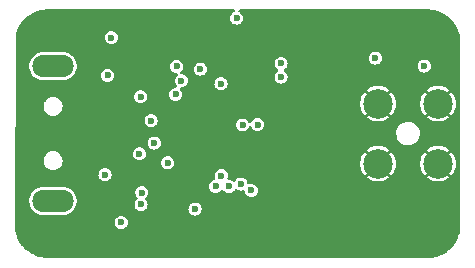
<source format=gbr>
%TF.GenerationSoftware,KiCad,Pcbnew,(7.0.0)*%
%TF.CreationDate,2023-06-22T14:20:14+03:00*%
%TF.ProjectId,Longle,4c6f6e67-6c65-42e6-9b69-6361645f7063,1.0*%
%TF.SameCoordinates,Original*%
%TF.FileFunction,Copper,L2,Inr*%
%TF.FilePolarity,Positive*%
%FSLAX46Y46*%
G04 Gerber Fmt 4.6, Leading zero omitted, Abs format (unit mm)*
G04 Created by KiCad (PCBNEW (7.0.0)) date 2023-06-22 14:20:14*
%MOMM*%
%LPD*%
G01*
G04 APERTURE LIST*
%TA.AperFunction,ComponentPad*%
%ADD10C,2.500000*%
%TD*%
%TA.AperFunction,ComponentPad*%
%ADD11O,3.500000X1.900000*%
%TD*%
%TA.AperFunction,ViaPad*%
%ADD12C,0.600000*%
%TD*%
G04 APERTURE END LIST*
D10*
%TO.N,GND*%
%TO.C,AE301*%
X167568600Y-99133600D03*
X162488600Y-99133600D03*
X167568600Y-104213600D03*
X162488600Y-104213600D03*
%TD*%
D11*
%TO.N,unconnected-(J101-Shield-Pad5)*%
%TO.C,J101*%
X134971599Y-107373599D03*
X134971599Y-95973599D03*
%TD*%
D12*
%TO.N,GND*%
X137312400Y-106832400D03*
X139090400Y-109194600D03*
X147955000Y-101092000D03*
X151231600Y-98120200D03*
X152298400Y-98120200D03*
X151231600Y-103708200D03*
X135026400Y-102590600D03*
X137185400Y-109194600D03*
X155727400Y-98907600D03*
X157632400Y-111480600D03*
X155092400Y-100558600D03*
X137185400Y-94208600D03*
X146786600Y-101092000D03*
X156895800Y-95732600D03*
X164236400Y-94716600D03*
X144005300Y-108216700D03*
X157632400Y-107670600D03*
X152298400Y-103708200D03*
X135026400Y-100685600D03*
X156489400Y-103352600D03*
X162331400Y-94157800D03*
X166395400Y-93395800D03*
X143945900Y-96291400D03*
X142519400Y-104876600D03*
X137718800Y-97205800D03*
X147955000Y-102235000D03*
X156895800Y-96901000D03*
X146812000Y-102235000D03*
X143408400Y-101447600D03*
%TO.N,VBUS*%
X139369800Y-105156000D03*
%TO.N,+5V*%
X142488571Y-106676831D03*
%TO.N,+3V3*%
X139903200Y-93548200D03*
X166395400Y-95961200D03*
X142392400Y-98564100D03*
X139598400Y-96748600D03*
X142427627Y-107676614D03*
X154279600Y-95732600D03*
X154279600Y-96901000D03*
X142290800Y-103390100D03*
X150526400Y-91904600D03*
X146989800Y-108074098D03*
X152298400Y-100914200D03*
%TO.N,/STM32F042K6/NRST*%
X140741400Y-109194600D03*
X151028400Y-100939600D03*
%TO.N,/STM32F042K6/USB_NOE*%
X145364200Y-98348800D03*
%TO.N,/STM32F042K6/LED*%
X144690347Y-104154600D03*
%TO.N,/STM32F042K6/BTN*%
X145846800Y-97205800D03*
%TO.N,/RF_LORA_RA-01/LORA_SCK*%
X148742400Y-106146600D03*
%TO.N,/RF_LORA_RA-01/LORA_MISO*%
X149860000Y-106146600D03*
%TO.N,/RF_LORA_RA-01/LORA_MOSI*%
X150876000Y-105955318D03*
%TO.N,/RF_LORA_RA-01/LORA_NCS*%
X151752300Y-106489500D03*
%TO.N,/RF_LORA_RA-01/LORA_RST*%
X149197500Y-97457700D03*
%TO.N,/RF_LORA_RA-01/LORA_DIO0*%
X147455799Y-96223999D03*
%TO.N,/USB_DN*%
X143535400Y-102476100D03*
%TO.N,/USB_DP*%
X143279569Y-100579100D03*
%TO.N,/RF_LORA_RA-01/LORA_DIO1*%
X145440400Y-95986600D03*
%TO.N,/STM32F042K6/WS2812_1*%
X149230966Y-105230818D03*
%TO.N,/STM32F042K6/WS2812_2*%
X162255200Y-95275400D03*
%TD*%
%TA.AperFunction,Conductor*%
%TO.N,GND*%
G36*
X150325450Y-91178873D02*
G01*
X150371145Y-91228305D01*
X150384278Y-91294329D01*
X150360978Y-91357486D01*
X150308112Y-91399161D01*
X150256285Y-91420627D01*
X150256277Y-91420631D01*
X150248775Y-91423739D01*
X150242333Y-91428682D01*
X150242328Y-91428685D01*
X150140221Y-91507035D01*
X150140217Y-91507038D01*
X150133779Y-91511979D01*
X150128838Y-91518417D01*
X150128835Y-91518421D01*
X150050485Y-91620528D01*
X150050482Y-91620533D01*
X150045539Y-91626975D01*
X150042429Y-91634483D01*
X150042428Y-91634485D01*
X149993182Y-91753376D01*
X149993180Y-91753381D01*
X149990070Y-91760891D01*
X149989009Y-91768948D01*
X149989008Y-91768953D01*
X149972211Y-91896541D01*
X149971150Y-91904600D01*
X149972211Y-91912659D01*
X149988645Y-92037492D01*
X149990070Y-92048309D01*
X150045539Y-92182225D01*
X150133779Y-92297221D01*
X150248775Y-92385461D01*
X150382691Y-92440930D01*
X150526400Y-92459850D01*
X150670109Y-92440930D01*
X150804025Y-92385461D01*
X150919021Y-92297221D01*
X151007261Y-92182225D01*
X151062730Y-92048309D01*
X151081650Y-91904600D01*
X151062730Y-91760891D01*
X151007261Y-91626975D01*
X150919021Y-91511979D01*
X150840544Y-91451761D01*
X150810471Y-91428685D01*
X150810469Y-91428684D01*
X150804025Y-91423739D01*
X150796519Y-91420630D01*
X150796514Y-91420627D01*
X150744688Y-91399161D01*
X150691822Y-91357486D01*
X150668522Y-91294329D01*
X150681655Y-91228305D01*
X150727350Y-91178873D01*
X150792140Y-91160600D01*
X163773737Y-91160600D01*
X166671349Y-91161099D01*
X166678245Y-91161293D01*
X166790415Y-91167592D01*
X166988725Y-91179588D01*
X167001946Y-91181107D01*
X167143680Y-91205188D01*
X167145039Y-91205428D01*
X167309726Y-91235609D01*
X167321691Y-91238421D01*
X167446307Y-91274323D01*
X167465541Y-91279864D01*
X167468072Y-91280623D01*
X167622016Y-91328594D01*
X167632563Y-91332412D01*
X167673454Y-91349350D01*
X167773109Y-91390629D01*
X167776547Y-91392114D01*
X167921344Y-91457281D01*
X167930434Y-91461829D01*
X168054661Y-91530487D01*
X168064671Y-91536019D01*
X168068840Y-91538430D01*
X168203671Y-91619938D01*
X168211276Y-91624926D01*
X168336877Y-91714045D01*
X168341595Y-91717563D01*
X168465151Y-91814363D01*
X168471305Y-91819514D01*
X168580185Y-91916815D01*
X168586377Y-91922348D01*
X168591431Y-91927127D01*
X168702271Y-92037967D01*
X168707050Y-92043021D01*
X168809884Y-92158093D01*
X168815035Y-92164247D01*
X168911835Y-92287803D01*
X168915353Y-92292521D01*
X169004472Y-92418122D01*
X169009460Y-92425727D01*
X169090968Y-92560558D01*
X169093379Y-92564727D01*
X169167569Y-92698964D01*
X169172117Y-92708054D01*
X169237284Y-92852851D01*
X169238769Y-92856289D01*
X169296983Y-92996828D01*
X169300807Y-93007391D01*
X169348765Y-93161294D01*
X169349534Y-93163857D01*
X169390976Y-93307706D01*
X169393791Y-93319681D01*
X169423951Y-93484255D01*
X169424230Y-93485835D01*
X169441648Y-93588345D01*
X169443400Y-93609117D01*
X169443400Y-109768683D01*
X169441648Y-109789455D01*
X169424230Y-109891963D01*
X169423951Y-109893543D01*
X169393791Y-110058117D01*
X169390976Y-110070092D01*
X169349534Y-110213941D01*
X169348765Y-110216504D01*
X169300807Y-110370407D01*
X169296983Y-110380970D01*
X169238769Y-110521509D01*
X169237284Y-110524947D01*
X169172117Y-110669744D01*
X169167569Y-110678834D01*
X169093379Y-110813071D01*
X169090968Y-110817240D01*
X169009460Y-110952071D01*
X169004472Y-110959676D01*
X168915353Y-111085277D01*
X168911835Y-111089995D01*
X168815035Y-111213551D01*
X168809884Y-111219705D01*
X168707050Y-111334777D01*
X168702271Y-111339831D01*
X168591431Y-111450671D01*
X168586377Y-111455450D01*
X168471305Y-111558284D01*
X168465151Y-111563435D01*
X168341595Y-111660235D01*
X168336877Y-111663753D01*
X168211276Y-111752872D01*
X168203671Y-111757860D01*
X168068840Y-111839368D01*
X168064671Y-111841779D01*
X167930434Y-111915969D01*
X167921344Y-111920517D01*
X167776547Y-111985684D01*
X167773109Y-111987169D01*
X167632570Y-112045383D01*
X167622007Y-112049207D01*
X167468104Y-112097165D01*
X167465541Y-112097934D01*
X167321692Y-112139376D01*
X167309717Y-112142191D01*
X167145131Y-112172353D01*
X167143551Y-112172632D01*
X167001980Y-112196687D01*
X166988695Y-112198213D01*
X166790698Y-112210189D01*
X166790163Y-112210220D01*
X166678290Y-112216502D01*
X166671300Y-112216697D01*
X134521860Y-112206772D01*
X134514945Y-112206577D01*
X134400821Y-112200168D01*
X134400297Y-112200137D01*
X134204752Y-112188325D01*
X134191458Y-112186799D01*
X134047559Y-112162349D01*
X134045979Y-112162070D01*
X133883752Y-112132341D01*
X133871775Y-112129526D01*
X133726424Y-112087650D01*
X133723862Y-112086881D01*
X133571480Y-112039397D01*
X133560917Y-112035573D01*
X133419233Y-111976885D01*
X133415795Y-111975400D01*
X133272155Y-111910753D01*
X133263064Y-111906204D01*
X133127909Y-111831505D01*
X133123741Y-111829095D01*
X132989855Y-111748158D01*
X132982249Y-111743170D01*
X132855840Y-111653477D01*
X132851122Y-111649958D01*
X132728361Y-111553780D01*
X132722208Y-111548629D01*
X132668073Y-111500251D01*
X132606469Y-111445197D01*
X132601430Y-111440434D01*
X132546346Y-111385349D01*
X132491265Y-111330267D01*
X132486487Y-111325214D01*
X132392199Y-111219705D01*
X132383035Y-111209450D01*
X132377888Y-111203301D01*
X132281730Y-111080563D01*
X132278211Y-111075845D01*
X132188505Y-110949415D01*
X132183531Y-110941830D01*
X132118628Y-110834466D01*
X132102590Y-110807934D01*
X132100180Y-110803766D01*
X132031133Y-110678834D01*
X132025478Y-110668601D01*
X132020932Y-110659514D01*
X131956284Y-110515869D01*
X131954799Y-110512432D01*
X131896105Y-110370729D01*
X131892303Y-110360228D01*
X131844772Y-110207692D01*
X131844054Y-110205297D01*
X131802164Y-110059888D01*
X131799351Y-110047919D01*
X131771062Y-109893543D01*
X131769614Y-109885641D01*
X131769372Y-109884268D01*
X131744890Y-109740174D01*
X131743369Y-109726930D01*
X131740147Y-109673654D01*
X131739924Y-109665471D01*
X131742761Y-109194600D01*
X140186150Y-109194600D01*
X140205070Y-109338309D01*
X140260539Y-109472225D01*
X140348779Y-109587221D01*
X140463775Y-109675461D01*
X140597691Y-109730930D01*
X140741400Y-109749850D01*
X140885109Y-109730930D01*
X141019025Y-109675461D01*
X141134021Y-109587221D01*
X141222261Y-109472225D01*
X141277730Y-109338309D01*
X141296650Y-109194600D01*
X141277730Y-109050891D01*
X141222261Y-108916975D01*
X141134021Y-108801979D01*
X141019025Y-108713739D01*
X140982992Y-108698814D01*
X140892623Y-108661382D01*
X140892620Y-108661381D01*
X140885109Y-108658270D01*
X140877049Y-108657208D01*
X140877046Y-108657208D01*
X140749459Y-108640411D01*
X140741400Y-108639350D01*
X140733341Y-108640411D01*
X140605753Y-108657208D01*
X140605748Y-108657209D01*
X140597691Y-108658270D01*
X140590181Y-108661380D01*
X140590176Y-108661382D01*
X140471285Y-108710628D01*
X140471283Y-108710629D01*
X140463775Y-108713739D01*
X140457333Y-108718682D01*
X140457328Y-108718685D01*
X140355221Y-108797035D01*
X140355217Y-108797038D01*
X140348779Y-108801979D01*
X140343838Y-108808417D01*
X140343835Y-108808421D01*
X140265485Y-108910528D01*
X140265482Y-108910533D01*
X140260539Y-108916975D01*
X140257429Y-108924483D01*
X140257428Y-108924485D01*
X140208182Y-109043376D01*
X140208180Y-109043381D01*
X140205070Y-109050891D01*
X140204009Y-109058948D01*
X140204008Y-109058953D01*
X140187211Y-109186541D01*
X140186150Y-109194600D01*
X131742761Y-109194600D01*
X131753060Y-107484843D01*
X132971100Y-107484843D01*
X132972151Y-107490469D01*
X132972152Y-107490472D01*
X132992287Y-107598183D01*
X133011982Y-107703540D01*
X133014052Y-107708885D01*
X133014053Y-107708886D01*
X133047984Y-107796473D01*
X133092353Y-107911001D01*
X133109349Y-107938451D01*
X133198327Y-108082157D01*
X133209476Y-108100162D01*
X133213336Y-108104396D01*
X133355497Y-108260340D01*
X133355501Y-108260344D01*
X133359364Y-108264581D01*
X133363937Y-108268034D01*
X133363941Y-108268038D01*
X133532338Y-108395205D01*
X133536911Y-108398658D01*
X133736072Y-108497829D01*
X133950064Y-108558715D01*
X134116097Y-108574100D01*
X135824231Y-108574100D01*
X135827103Y-108574100D01*
X135993136Y-108558715D01*
X136207128Y-108497829D01*
X136406289Y-108398658D01*
X136583836Y-108264581D01*
X136733724Y-108100162D01*
X136850847Y-107911001D01*
X136931218Y-107703540D01*
X136936251Y-107676614D01*
X141872377Y-107676614D01*
X141873438Y-107684673D01*
X141889145Y-107803983D01*
X141891297Y-107820323D01*
X141946766Y-107954239D01*
X142035006Y-108069235D01*
X142150002Y-108157475D01*
X142283918Y-108212944D01*
X142427627Y-108231864D01*
X142571336Y-108212944D01*
X142705252Y-108157475D01*
X142813910Y-108074098D01*
X146434550Y-108074098D01*
X146435611Y-108082157D01*
X146444875Y-108152528D01*
X146453470Y-108217807D01*
X146456581Y-108225318D01*
X146456582Y-108225321D01*
X146471087Y-108260340D01*
X146508939Y-108351723D01*
X146597179Y-108466719D01*
X146712175Y-108554959D01*
X146846091Y-108610428D01*
X146989800Y-108629348D01*
X147133509Y-108610428D01*
X147267425Y-108554959D01*
X147382421Y-108466719D01*
X147470661Y-108351723D01*
X147526130Y-108217807D01*
X147545050Y-108074098D01*
X147526130Y-107930389D01*
X147470661Y-107796473D01*
X147382421Y-107681477D01*
X147267425Y-107593237D01*
X147231392Y-107578312D01*
X147141023Y-107540880D01*
X147141020Y-107540879D01*
X147133509Y-107537768D01*
X147125449Y-107536706D01*
X147125446Y-107536706D01*
X146997859Y-107519909D01*
X146989800Y-107518848D01*
X146981741Y-107519909D01*
X146854153Y-107536706D01*
X146854148Y-107536707D01*
X146846091Y-107537768D01*
X146838581Y-107540878D01*
X146838576Y-107540880D01*
X146719685Y-107590126D01*
X146719683Y-107590127D01*
X146712175Y-107593237D01*
X146705733Y-107598180D01*
X146705728Y-107598183D01*
X146603621Y-107676533D01*
X146603617Y-107676536D01*
X146597179Y-107681477D01*
X146592238Y-107687915D01*
X146592235Y-107687919D01*
X146513885Y-107790026D01*
X146513882Y-107790031D01*
X146508939Y-107796473D01*
X146505829Y-107803981D01*
X146505828Y-107803983D01*
X146456582Y-107922874D01*
X146456580Y-107922879D01*
X146453470Y-107930389D01*
X146452409Y-107938446D01*
X146452408Y-107938451D01*
X146450330Y-107954239D01*
X146434550Y-108074098D01*
X142813910Y-108074098D01*
X142820248Y-108069235D01*
X142908488Y-107954239D01*
X142963957Y-107820323D01*
X142982877Y-107676614D01*
X142963957Y-107532905D01*
X142908488Y-107398989D01*
X142820248Y-107283993D01*
X142820248Y-107283992D01*
X142821003Y-107283413D01*
X142791068Y-107228849D01*
X142795608Y-107159599D01*
X142836645Y-107103634D01*
X142874744Y-107074400D01*
X142874745Y-107074398D01*
X142881192Y-107069452D01*
X142969432Y-106954456D01*
X143024901Y-106820540D01*
X143043821Y-106676831D01*
X143024901Y-106533122D01*
X142969432Y-106399206D01*
X142881192Y-106284210D01*
X142766196Y-106195970D01*
X142710982Y-106173100D01*
X142647005Y-106146600D01*
X148187150Y-106146600D01*
X148188211Y-106154659D01*
X148201016Y-106251925D01*
X148206070Y-106290309D01*
X148209181Y-106297820D01*
X148209182Y-106297823D01*
X148231620Y-106351994D01*
X148261539Y-106424225D01*
X148266484Y-106430669D01*
X148266485Y-106430671D01*
X148342233Y-106529387D01*
X148349779Y-106539221D01*
X148464775Y-106627461D01*
X148598691Y-106682930D01*
X148742400Y-106701850D01*
X148886109Y-106682930D01*
X149020025Y-106627461D01*
X149135021Y-106539221D01*
X149202823Y-106450859D01*
X149246356Y-106415133D01*
X149301200Y-106402345D01*
X149356044Y-106415133D01*
X149399576Y-106450859D01*
X149462432Y-106532775D01*
X149462435Y-106532778D01*
X149467379Y-106539221D01*
X149582375Y-106627461D01*
X149716291Y-106682930D01*
X149860000Y-106701850D01*
X150003709Y-106682930D01*
X150137625Y-106627461D01*
X150252621Y-106539221D01*
X150340861Y-106424225D01*
X150343768Y-106417206D01*
X150393716Y-106369388D01*
X150461782Y-106355847D01*
X150526464Y-106381000D01*
X150591922Y-106431229D01*
X150591930Y-106431233D01*
X150598375Y-106436179D01*
X150732291Y-106491648D01*
X150876000Y-106510568D01*
X151019709Y-106491648D01*
X151038849Y-106483719D01*
X151094407Y-106474545D01*
X151148298Y-106490891D01*
X151189402Y-106529387D01*
X151209240Y-106582093D01*
X151214561Y-106622514D01*
X151215970Y-106633209D01*
X151219081Y-106640720D01*
X151219082Y-106640723D01*
X151256514Y-106731092D01*
X151271439Y-106767125D01*
X151276384Y-106773569D01*
X151276385Y-106773571D01*
X151328541Y-106841541D01*
X151359679Y-106882121D01*
X151474675Y-106970361D01*
X151608591Y-107025830D01*
X151752300Y-107044750D01*
X151896009Y-107025830D01*
X152029925Y-106970361D01*
X152144921Y-106882121D01*
X152233161Y-106767125D01*
X152288630Y-106633209D01*
X152307550Y-106489500D01*
X152288630Y-106345791D01*
X152233161Y-106211875D01*
X152144921Y-106096879D01*
X152029925Y-106008639D01*
X151993892Y-105993714D01*
X151903523Y-105956282D01*
X151903520Y-105956281D01*
X151896009Y-105953170D01*
X151887949Y-105952108D01*
X151887946Y-105952108D01*
X151760359Y-105935311D01*
X151752300Y-105934250D01*
X151744241Y-105935311D01*
X151616653Y-105952108D01*
X151616648Y-105952109D01*
X151608591Y-105953170D01*
X151601081Y-105956280D01*
X151601076Y-105956282D01*
X151589448Y-105961099D01*
X151533886Y-105970271D01*
X151479997Y-105953923D01*
X151438895Y-105915427D01*
X151419059Y-105862722D01*
X151412330Y-105811609D01*
X151356861Y-105677693D01*
X151268621Y-105562697D01*
X151197916Y-105508443D01*
X151160071Y-105479403D01*
X151160069Y-105479402D01*
X151153625Y-105474457D01*
X151070609Y-105440071D01*
X151027223Y-105422100D01*
X151027220Y-105422099D01*
X151019709Y-105418988D01*
X151011649Y-105417926D01*
X151011646Y-105417926D01*
X150884059Y-105401129D01*
X150876000Y-105400068D01*
X150867941Y-105401129D01*
X150740353Y-105417926D01*
X150740348Y-105417927D01*
X150732291Y-105418988D01*
X150724781Y-105422098D01*
X150724776Y-105422100D01*
X150605885Y-105471346D01*
X150605883Y-105471347D01*
X150598375Y-105474457D01*
X150591933Y-105479400D01*
X150591928Y-105479403D01*
X150489821Y-105557753D01*
X150489817Y-105557756D01*
X150483379Y-105562697D01*
X150478438Y-105569135D01*
X150478435Y-105569139D01*
X150400083Y-105671248D01*
X150400078Y-105671255D01*
X150395139Y-105677693D01*
X150392231Y-105684711D01*
X150342279Y-105732531D01*
X150274214Y-105746070D01*
X150209535Y-105720917D01*
X150144077Y-105670688D01*
X150144067Y-105670682D01*
X150137625Y-105665739D01*
X150075415Y-105639971D01*
X150011223Y-105613382D01*
X150011220Y-105613381D01*
X150003709Y-105610270D01*
X149995649Y-105609208D01*
X149995646Y-105609208D01*
X149868059Y-105592411D01*
X149860000Y-105591350D01*
X149858944Y-105591488D01*
X149804172Y-105577769D01*
X149759523Y-105537302D01*
X149739222Y-105480566D01*
X149748063Y-105420960D01*
X149756277Y-105401129D01*
X149767296Y-105374527D01*
X149769277Y-105359479D01*
X161524943Y-105359479D01*
X161533047Y-105370666D01*
X161661318Y-105470503D01*
X161669876Y-105476095D01*
X161879485Y-105589529D01*
X161888839Y-105593632D01*
X162114256Y-105671017D01*
X162124168Y-105673528D01*
X162359243Y-105712755D01*
X162369439Y-105713600D01*
X162607761Y-105713600D01*
X162617956Y-105712755D01*
X162853031Y-105673528D01*
X162862943Y-105671017D01*
X163088360Y-105593632D01*
X163097714Y-105589529D01*
X163307323Y-105476095D01*
X163315881Y-105470504D01*
X163444148Y-105370668D01*
X163452253Y-105359479D01*
X166604943Y-105359479D01*
X166613047Y-105370666D01*
X166741318Y-105470503D01*
X166749876Y-105476095D01*
X166959485Y-105589529D01*
X166968839Y-105593632D01*
X167194256Y-105671017D01*
X167204168Y-105673528D01*
X167439243Y-105712755D01*
X167449439Y-105713600D01*
X167687761Y-105713600D01*
X167697956Y-105712755D01*
X167933031Y-105673528D01*
X167942943Y-105671017D01*
X168168360Y-105593632D01*
X168177714Y-105589529D01*
X168387323Y-105476095D01*
X168395881Y-105470504D01*
X168524148Y-105370668D01*
X168532254Y-105359478D01*
X168525594Y-105347371D01*
X167580142Y-104401919D01*
X167568600Y-104395255D01*
X167557057Y-104401919D01*
X166611604Y-105347371D01*
X166604943Y-105359479D01*
X163452253Y-105359479D01*
X163452254Y-105359478D01*
X163445594Y-105347371D01*
X162500142Y-104401919D01*
X162488600Y-104395255D01*
X162477057Y-104401919D01*
X161531604Y-105347371D01*
X161524943Y-105359479D01*
X149769277Y-105359479D01*
X149786216Y-105230818D01*
X149767296Y-105087109D01*
X149711827Y-104953193D01*
X149623587Y-104838197D01*
X149521350Y-104759747D01*
X149515037Y-104754903D01*
X149515035Y-104754902D01*
X149508591Y-104749957D01*
X149411763Y-104709850D01*
X149382189Y-104697600D01*
X149382186Y-104697599D01*
X149374675Y-104694488D01*
X149366615Y-104693426D01*
X149366612Y-104693426D01*
X149239025Y-104676629D01*
X149230966Y-104675568D01*
X149222907Y-104676629D01*
X149095319Y-104693426D01*
X149095314Y-104693427D01*
X149087257Y-104694488D01*
X149079747Y-104697598D01*
X149079742Y-104697600D01*
X148960851Y-104746846D01*
X148960849Y-104746847D01*
X148953341Y-104749957D01*
X148946899Y-104754900D01*
X148946894Y-104754903D01*
X148844787Y-104833253D01*
X148844783Y-104833256D01*
X148838345Y-104838197D01*
X148833404Y-104844635D01*
X148833401Y-104844639D01*
X148755051Y-104946746D01*
X148755048Y-104946751D01*
X148750105Y-104953193D01*
X148746995Y-104960701D01*
X148746994Y-104960703D01*
X148697748Y-105079594D01*
X148697746Y-105079599D01*
X148694636Y-105087109D01*
X148693575Y-105095166D01*
X148693574Y-105095171D01*
X148683556Y-105171269D01*
X148675716Y-105230818D01*
X148676777Y-105238877D01*
X148692654Y-105359479D01*
X148694636Y-105374527D01*
X148720431Y-105436803D01*
X148729605Y-105492363D01*
X148713258Y-105546252D01*
X148674764Y-105587354D01*
X148622060Y-105607193D01*
X148606751Y-105609208D01*
X148606744Y-105609209D01*
X148598691Y-105610270D01*
X148591181Y-105613380D01*
X148591176Y-105613382D01*
X148472285Y-105662628D01*
X148472283Y-105662629D01*
X148464775Y-105665739D01*
X148458333Y-105670682D01*
X148458328Y-105670685D01*
X148356221Y-105749035D01*
X148356217Y-105749038D01*
X148349779Y-105753979D01*
X148344838Y-105760417D01*
X148344835Y-105760421D01*
X148266485Y-105862528D01*
X148266482Y-105862533D01*
X148261539Y-105868975D01*
X148258429Y-105876483D01*
X148258428Y-105876485D01*
X148209182Y-105995376D01*
X148209180Y-105995381D01*
X148206070Y-106002891D01*
X148205009Y-106010948D01*
X148205008Y-106010953D01*
X148194347Y-106091935D01*
X148187150Y-106146600D01*
X142647005Y-106146600D01*
X142639794Y-106143613D01*
X142639791Y-106143612D01*
X142632280Y-106140501D01*
X142624220Y-106139439D01*
X142624217Y-106139439D01*
X142496630Y-106122642D01*
X142488571Y-106121581D01*
X142480512Y-106122642D01*
X142352924Y-106139439D01*
X142352919Y-106139440D01*
X142344862Y-106140501D01*
X142337352Y-106143611D01*
X142337347Y-106143613D01*
X142218456Y-106192859D01*
X142218454Y-106192860D01*
X142210946Y-106195970D01*
X142204504Y-106200913D01*
X142204499Y-106200916D01*
X142102392Y-106279266D01*
X142102388Y-106279269D01*
X142095950Y-106284210D01*
X142091009Y-106290648D01*
X142091006Y-106290652D01*
X142012656Y-106392759D01*
X142012653Y-106392764D01*
X142007710Y-106399206D01*
X142004600Y-106406714D01*
X142004599Y-106406716D01*
X141955353Y-106525607D01*
X141955351Y-106525612D01*
X141952241Y-106533122D01*
X141951180Y-106541179D01*
X141951179Y-106541184D01*
X141939821Y-106627461D01*
X141933321Y-106676831D01*
X141934382Y-106684890D01*
X141945208Y-106767125D01*
X141952241Y-106820540D01*
X141955352Y-106828051D01*
X141955353Y-106828054D01*
X141977748Y-106882121D01*
X142007710Y-106954456D01*
X142012655Y-106960900D01*
X142012656Y-106960902D01*
X142072056Y-107038313D01*
X142092180Y-107064540D01*
X142092182Y-107064542D01*
X142095950Y-107069452D01*
X142095194Y-107070031D01*
X142125129Y-107124594D01*
X142120590Y-107193843D01*
X142079555Y-107249808D01*
X142041453Y-107279044D01*
X142041444Y-107279052D01*
X142035006Y-107283993D01*
X142030065Y-107290431D01*
X142030062Y-107290435D01*
X141951712Y-107392542D01*
X141951709Y-107392547D01*
X141946766Y-107398989D01*
X141943656Y-107406497D01*
X141943655Y-107406499D01*
X141894409Y-107525390D01*
X141894407Y-107525395D01*
X141891297Y-107532905D01*
X141890236Y-107540962D01*
X141890235Y-107540967D01*
X141873438Y-107668555D01*
X141872377Y-107676614D01*
X136936251Y-107676614D01*
X136972100Y-107484843D01*
X136972100Y-107262357D01*
X136931218Y-107043660D01*
X136850847Y-106836199D01*
X136733724Y-106647038D01*
X136639942Y-106544164D01*
X136587702Y-106486859D01*
X136587697Y-106486855D01*
X136583836Y-106482619D01*
X136579263Y-106479166D01*
X136579258Y-106479161D01*
X136410861Y-106351994D01*
X136410856Y-106351991D01*
X136406289Y-106348542D01*
X136401163Y-106345989D01*
X136401159Y-106345987D01*
X136212258Y-106251925D01*
X136212253Y-106251923D01*
X136207128Y-106249371D01*
X136201621Y-106247804D01*
X136201613Y-106247801D01*
X135998650Y-106190054D01*
X135998651Y-106190054D01*
X135993136Y-106188485D01*
X135987428Y-106187956D01*
X135829963Y-106173365D01*
X135829962Y-106173364D01*
X135827103Y-106173100D01*
X134116097Y-106173100D01*
X134113238Y-106173364D01*
X134113236Y-106173365D01*
X133955771Y-106187956D01*
X133955769Y-106187956D01*
X133950064Y-106188485D01*
X133944550Y-106190053D01*
X133944549Y-106190054D01*
X133741586Y-106247801D01*
X133741575Y-106247805D01*
X133736072Y-106249371D01*
X133730949Y-106251921D01*
X133730941Y-106251925D01*
X133542040Y-106345987D01*
X133542031Y-106345992D01*
X133536911Y-106348542D01*
X133532348Y-106351987D01*
X133532338Y-106351994D01*
X133363941Y-106479161D01*
X133363930Y-106479170D01*
X133359364Y-106482619D01*
X133355507Y-106486849D01*
X133355497Y-106486859D01*
X133213336Y-106642803D01*
X133213332Y-106642807D01*
X133209476Y-106647038D01*
X133206464Y-106651901D01*
X133206459Y-106651909D01*
X133097396Y-106828054D01*
X133092353Y-106836199D01*
X133090285Y-106841536D01*
X133090283Y-106841541D01*
X133040378Y-106970361D01*
X133011982Y-107043660D01*
X133010928Y-107049294D01*
X133010928Y-107049297D01*
X132973446Y-107249808D01*
X132971100Y-107262357D01*
X132971100Y-107484843D01*
X131753060Y-107484843D01*
X131767089Y-105156000D01*
X138814550Y-105156000D01*
X138833470Y-105299709D01*
X138888939Y-105433625D01*
X138893884Y-105440069D01*
X138893885Y-105440071D01*
X138972235Y-105542178D01*
X138977179Y-105548621D01*
X139092175Y-105636861D01*
X139226091Y-105692330D01*
X139369800Y-105711250D01*
X139513509Y-105692330D01*
X139647425Y-105636861D01*
X139762421Y-105548621D01*
X139850661Y-105433625D01*
X139906130Y-105299709D01*
X139925050Y-105156000D01*
X139906130Y-105012291D01*
X139850661Y-104878375D01*
X139762421Y-104763379D01*
X139692661Y-104709850D01*
X139653871Y-104680085D01*
X139653869Y-104680084D01*
X139647425Y-104675139D01*
X139559141Y-104638571D01*
X139521023Y-104622782D01*
X139521020Y-104622781D01*
X139513509Y-104619670D01*
X139505449Y-104618608D01*
X139505446Y-104618608D01*
X139377859Y-104601811D01*
X139369800Y-104600750D01*
X139361741Y-104601811D01*
X139234153Y-104618608D01*
X139234148Y-104618609D01*
X139226091Y-104619670D01*
X139218581Y-104622780D01*
X139218576Y-104622782D01*
X139099685Y-104672028D01*
X139099683Y-104672029D01*
X139092175Y-104675139D01*
X139085733Y-104680082D01*
X139085728Y-104680085D01*
X138983621Y-104758435D01*
X138983617Y-104758438D01*
X138977179Y-104763379D01*
X138972238Y-104769817D01*
X138972235Y-104769821D01*
X138893885Y-104871928D01*
X138893882Y-104871933D01*
X138888939Y-104878375D01*
X138885829Y-104885883D01*
X138885828Y-104885885D01*
X138836582Y-105004776D01*
X138836580Y-105004781D01*
X138833470Y-105012291D01*
X138832409Y-105020348D01*
X138832408Y-105020353D01*
X138824609Y-105079594D01*
X138814550Y-105156000D01*
X131767089Y-105156000D01*
X131774212Y-103973600D01*
X134166035Y-103973600D01*
X134186232Y-104152855D01*
X134188528Y-104159419D01*
X134188530Y-104159424D01*
X134243513Y-104316556D01*
X134245811Y-104323122D01*
X134249512Y-104329012D01*
X134309645Y-104424714D01*
X134341784Y-104475862D01*
X134469338Y-104603416D01*
X134622078Y-104699389D01*
X134792345Y-104758968D01*
X134926646Y-104774100D01*
X135013070Y-104774100D01*
X135016554Y-104774100D01*
X135150855Y-104758968D01*
X135321122Y-104699389D01*
X135473862Y-104603416D01*
X135601416Y-104475862D01*
X135697389Y-104323122D01*
X135756357Y-104154600D01*
X144135097Y-104154600D01*
X144136158Y-104162659D01*
X144142864Y-104213600D01*
X144154017Y-104298309D01*
X144157128Y-104305820D01*
X144157129Y-104305823D01*
X144166734Y-104329012D01*
X144209486Y-104432225D01*
X144214431Y-104438669D01*
X144214432Y-104438671D01*
X144235642Y-104466312D01*
X144297726Y-104547221D01*
X144412722Y-104635461D01*
X144546638Y-104690930D01*
X144690347Y-104709850D01*
X144834056Y-104690930D01*
X144967972Y-104635461D01*
X145082968Y-104547221D01*
X145171208Y-104432225D01*
X145226677Y-104298309D01*
X145237156Y-104218717D01*
X160983883Y-104218717D01*
X161003562Y-104456218D01*
X161005246Y-104466312D01*
X161063753Y-104697347D01*
X161067072Y-104707014D01*
X161162807Y-104925271D01*
X161167672Y-104934261D01*
X161298025Y-105133780D01*
X161304306Y-105141851D01*
X161330949Y-105170792D01*
X161342406Y-105177944D01*
X161354151Y-105171270D01*
X162300280Y-104225142D01*
X162306944Y-104213600D01*
X162670255Y-104213600D01*
X162676919Y-104225142D01*
X163623046Y-105171269D01*
X163634793Y-105177943D01*
X163646249Y-105170792D01*
X163672894Y-105141850D01*
X163679173Y-105133782D01*
X163809527Y-104934261D01*
X163814392Y-104925271D01*
X163910127Y-104707014D01*
X163913446Y-104697347D01*
X163971953Y-104466312D01*
X163973637Y-104456218D01*
X163993317Y-104218717D01*
X166063883Y-104218717D01*
X166083562Y-104456218D01*
X166085246Y-104466312D01*
X166143753Y-104697347D01*
X166147072Y-104707014D01*
X166242807Y-104925271D01*
X166247672Y-104934261D01*
X166378025Y-105133780D01*
X166384306Y-105141851D01*
X166410949Y-105170792D01*
X166422406Y-105177944D01*
X166434151Y-105171270D01*
X167380280Y-104225142D01*
X167386944Y-104213600D01*
X167750255Y-104213600D01*
X167756919Y-104225142D01*
X168703046Y-105171269D01*
X168714793Y-105177943D01*
X168726249Y-105170792D01*
X168752894Y-105141850D01*
X168759173Y-105133782D01*
X168889527Y-104934261D01*
X168894392Y-104925271D01*
X168990127Y-104707014D01*
X168993446Y-104697347D01*
X169051953Y-104466312D01*
X169053637Y-104456218D01*
X169073317Y-104218717D01*
X169073317Y-104208483D01*
X169053637Y-103970981D01*
X169051953Y-103960887D01*
X168993446Y-103729852D01*
X168990127Y-103720185D01*
X168894392Y-103501928D01*
X168889527Y-103492938D01*
X168759174Y-103293419D01*
X168752893Y-103285348D01*
X168726250Y-103256408D01*
X168714792Y-103249255D01*
X168703046Y-103255929D01*
X167756919Y-104202057D01*
X167750255Y-104213600D01*
X167386944Y-104213600D01*
X167380280Y-104202057D01*
X166434151Y-103255928D01*
X166422407Y-103249255D01*
X166410948Y-103256408D01*
X166384307Y-103285347D01*
X166378024Y-103293420D01*
X166247672Y-103492938D01*
X166242807Y-103501928D01*
X166147072Y-103720185D01*
X166143753Y-103729852D01*
X166085246Y-103960887D01*
X166083562Y-103970981D01*
X166063883Y-104208483D01*
X166063883Y-104218717D01*
X163993317Y-104218717D01*
X163993317Y-104208483D01*
X163973637Y-103970981D01*
X163971953Y-103960887D01*
X163913446Y-103729852D01*
X163910127Y-103720185D01*
X163814392Y-103501928D01*
X163809527Y-103492938D01*
X163679174Y-103293419D01*
X163672893Y-103285348D01*
X163646250Y-103256408D01*
X163634792Y-103249255D01*
X163623046Y-103255929D01*
X162676919Y-104202057D01*
X162670255Y-104213600D01*
X162306944Y-104213600D01*
X162300280Y-104202057D01*
X161354151Y-103255928D01*
X161342407Y-103249255D01*
X161330948Y-103256408D01*
X161304307Y-103285347D01*
X161298024Y-103293420D01*
X161167672Y-103492938D01*
X161162807Y-103501928D01*
X161067072Y-103720185D01*
X161063753Y-103729852D01*
X161005246Y-103960887D01*
X161003562Y-103970981D01*
X160983883Y-104208483D01*
X160983883Y-104218717D01*
X145237156Y-104218717D01*
X145245597Y-104154600D01*
X145226677Y-104010891D01*
X145171208Y-103876975D01*
X145082968Y-103761979D01*
X145076525Y-103757035D01*
X144974418Y-103678685D01*
X144974416Y-103678684D01*
X144967972Y-103673739D01*
X144863928Y-103630643D01*
X144841570Y-103621382D01*
X144841567Y-103621381D01*
X144834056Y-103618270D01*
X144825996Y-103617208D01*
X144825993Y-103617208D01*
X144698406Y-103600411D01*
X144690347Y-103599350D01*
X144682288Y-103600411D01*
X144554700Y-103617208D01*
X144554695Y-103617209D01*
X144546638Y-103618270D01*
X144539128Y-103621380D01*
X144539123Y-103621382D01*
X144420232Y-103670628D01*
X144420230Y-103670629D01*
X144412722Y-103673739D01*
X144406280Y-103678682D01*
X144406275Y-103678685D01*
X144304168Y-103757035D01*
X144304164Y-103757038D01*
X144297726Y-103761979D01*
X144292785Y-103768417D01*
X144292782Y-103768421D01*
X144214432Y-103870528D01*
X144214429Y-103870533D01*
X144209486Y-103876975D01*
X144206376Y-103884483D01*
X144206375Y-103884485D01*
X144157129Y-104003376D01*
X144157127Y-104003381D01*
X144154017Y-104010891D01*
X144152956Y-104018948D01*
X144152955Y-104018953D01*
X144151245Y-104031944D01*
X144135097Y-104154600D01*
X135756357Y-104154600D01*
X135756968Y-104152855D01*
X135777165Y-103973600D01*
X135756968Y-103794345D01*
X135697389Y-103624078D01*
X135601416Y-103471338D01*
X135520178Y-103390100D01*
X141735550Y-103390100D01*
X141736611Y-103398159D01*
X141750272Y-103501928D01*
X141754470Y-103533809D01*
X141757581Y-103541320D01*
X141757582Y-103541323D01*
X141782057Y-103600411D01*
X141809939Y-103667725D01*
X141898179Y-103782721D01*
X142013175Y-103870961D01*
X142147091Y-103926430D01*
X142290800Y-103945350D01*
X142434509Y-103926430D01*
X142568425Y-103870961D01*
X142683421Y-103782721D01*
X142771661Y-103667725D01*
X142827130Y-103533809D01*
X142846050Y-103390100D01*
X142827130Y-103246391D01*
X142771661Y-103112475D01*
X142737320Y-103067721D01*
X161524944Y-103067721D01*
X161531603Y-103079826D01*
X162477057Y-104025280D01*
X162488600Y-104031944D01*
X162500142Y-104025280D01*
X163445595Y-103079826D01*
X163452254Y-103067721D01*
X166604944Y-103067721D01*
X166611603Y-103079826D01*
X167557057Y-104025280D01*
X167568600Y-104031944D01*
X167580142Y-104025280D01*
X168525595Y-103079826D01*
X168532255Y-103067720D01*
X168524148Y-103056530D01*
X168395884Y-102956698D01*
X168387322Y-102951104D01*
X168177714Y-102837670D01*
X168168360Y-102833567D01*
X167942943Y-102756182D01*
X167933031Y-102753671D01*
X167697956Y-102714444D01*
X167687761Y-102713600D01*
X167449439Y-102713600D01*
X167439243Y-102714444D01*
X167204168Y-102753671D01*
X167194256Y-102756182D01*
X166968839Y-102833567D01*
X166959485Y-102837670D01*
X166749879Y-102951103D01*
X166741317Y-102956696D01*
X166613051Y-103056530D01*
X166604944Y-103067721D01*
X163452254Y-103067721D01*
X163452255Y-103067720D01*
X163444148Y-103056530D01*
X163315884Y-102956698D01*
X163307322Y-102951104D01*
X163097714Y-102837670D01*
X163088360Y-102833567D01*
X162862943Y-102756182D01*
X162853031Y-102753671D01*
X162617956Y-102714444D01*
X162607761Y-102713600D01*
X162369439Y-102713600D01*
X162359243Y-102714444D01*
X162124168Y-102753671D01*
X162114256Y-102756182D01*
X161888839Y-102833567D01*
X161879485Y-102837670D01*
X161669879Y-102951103D01*
X161661317Y-102956696D01*
X161533051Y-103056530D01*
X161524944Y-103067721D01*
X142737320Y-103067721D01*
X142683421Y-102997479D01*
X142630617Y-102956961D01*
X142574871Y-102914185D01*
X142574869Y-102914184D01*
X142568425Y-102909239D01*
X142532392Y-102894314D01*
X142442023Y-102856882D01*
X142442020Y-102856881D01*
X142434509Y-102853770D01*
X142426449Y-102852708D01*
X142426446Y-102852708D01*
X142298859Y-102835911D01*
X142290800Y-102834850D01*
X142282741Y-102835911D01*
X142155153Y-102852708D01*
X142155148Y-102852709D01*
X142147091Y-102853770D01*
X142139581Y-102856880D01*
X142139576Y-102856882D01*
X142020685Y-102906128D01*
X142020683Y-102906129D01*
X142013175Y-102909239D01*
X142006733Y-102914182D01*
X142006728Y-102914185D01*
X141904621Y-102992535D01*
X141904617Y-102992538D01*
X141898179Y-102997479D01*
X141893238Y-103003917D01*
X141893235Y-103003921D01*
X141814885Y-103106028D01*
X141814882Y-103106033D01*
X141809939Y-103112475D01*
X141806829Y-103119983D01*
X141806828Y-103119985D01*
X141757582Y-103238876D01*
X141757580Y-103238881D01*
X141754470Y-103246391D01*
X141753409Y-103254448D01*
X141753408Y-103254453D01*
X141748278Y-103293420D01*
X141735550Y-103390100D01*
X135520178Y-103390100D01*
X135473862Y-103343784D01*
X135321122Y-103247811D01*
X135314559Y-103245514D01*
X135314556Y-103245513D01*
X135157425Y-103190531D01*
X135150855Y-103188232D01*
X135143933Y-103187452D01*
X135020018Y-103173490D01*
X135020012Y-103173489D01*
X135016554Y-103173100D01*
X134926646Y-103173100D01*
X134923188Y-103173489D01*
X134923181Y-103173490D01*
X134799266Y-103187452D01*
X134799264Y-103187452D01*
X134792345Y-103188232D01*
X134785776Y-103190530D01*
X134785774Y-103190531D01*
X134628643Y-103245513D01*
X134628636Y-103245515D01*
X134622078Y-103247811D01*
X134616190Y-103251510D01*
X134616187Y-103251512D01*
X134475238Y-103340076D01*
X134475233Y-103340079D01*
X134469338Y-103343784D01*
X134464413Y-103348708D01*
X134464409Y-103348712D01*
X134346712Y-103466409D01*
X134346708Y-103466413D01*
X134341784Y-103471338D01*
X134338079Y-103477233D01*
X134338076Y-103477238D01*
X134249512Y-103618187D01*
X134249510Y-103618190D01*
X134245811Y-103624078D01*
X134243515Y-103630636D01*
X134243513Y-103630643D01*
X134188530Y-103787775D01*
X134188528Y-103787782D01*
X134186232Y-103794345D01*
X134185452Y-103801262D01*
X134185452Y-103801265D01*
X134169218Y-103945350D01*
X134166035Y-103973600D01*
X131774212Y-103973600D01*
X131783233Y-102476100D01*
X142980150Y-102476100D01*
X142981211Y-102484159D01*
X142996414Y-102599642D01*
X142999070Y-102619809D01*
X143002181Y-102627320D01*
X143002182Y-102627323D01*
X143014388Y-102656791D01*
X143054539Y-102753725D01*
X143059484Y-102760169D01*
X143059485Y-102760171D01*
X143137835Y-102862278D01*
X143142779Y-102868721D01*
X143257775Y-102956961D01*
X143391691Y-103012430D01*
X143535400Y-103031350D01*
X143679109Y-103012430D01*
X143813025Y-102956961D01*
X143928021Y-102868721D01*
X144016261Y-102753725D01*
X144071730Y-102619809D01*
X144090650Y-102476100D01*
X144071730Y-102332391D01*
X144016261Y-102198475D01*
X143928021Y-102083479D01*
X143813025Y-101995239D01*
X143776992Y-101980314D01*
X143686623Y-101942882D01*
X143686620Y-101942881D01*
X143679109Y-101939770D01*
X143671049Y-101938708D01*
X143671046Y-101938708D01*
X143543459Y-101921911D01*
X143535400Y-101920850D01*
X143527341Y-101921911D01*
X143399753Y-101938708D01*
X143399748Y-101938709D01*
X143391691Y-101939770D01*
X143384181Y-101942880D01*
X143384176Y-101942882D01*
X143265285Y-101992128D01*
X143265283Y-101992129D01*
X143257775Y-101995239D01*
X143251333Y-102000182D01*
X143251328Y-102000185D01*
X143149221Y-102078535D01*
X143149217Y-102078538D01*
X143142779Y-102083479D01*
X143137838Y-102089917D01*
X143137835Y-102089921D01*
X143059485Y-102192028D01*
X143059482Y-102192033D01*
X143054539Y-102198475D01*
X143051429Y-102205983D01*
X143051428Y-102205985D01*
X143002182Y-102324876D01*
X143002180Y-102324881D01*
X142999070Y-102332391D01*
X142998009Y-102340448D01*
X142998008Y-102340453D01*
X142994045Y-102370559D01*
X142980150Y-102476100D01*
X131783233Y-102476100D01*
X131787761Y-101724536D01*
X164024231Y-101724536D01*
X164025182Y-101730748D01*
X164025183Y-101730754D01*
X164054091Y-101919456D01*
X164054093Y-101919464D01*
X164055044Y-101925671D01*
X164057225Y-101931561D01*
X164057227Y-101931567D01*
X164123528Y-102110586D01*
X164123530Y-102110590D01*
X164125714Y-102116487D01*
X164129040Y-102121823D01*
X164129042Y-102121827D01*
X164172798Y-102192028D01*
X164233348Y-102289171D01*
X164373541Y-102436653D01*
X164540551Y-102552895D01*
X164727542Y-102633140D01*
X164926859Y-102674100D01*
X165076200Y-102674100D01*
X165079342Y-102674100D01*
X165231038Y-102658674D01*
X165425188Y-102597759D01*
X165603102Y-102499009D01*
X165757495Y-102366466D01*
X165882048Y-102205558D01*
X165971660Y-102022871D01*
X166022663Y-101825885D01*
X166032969Y-101622664D01*
X166002156Y-101421529D01*
X165931486Y-101230713D01*
X165907247Y-101191825D01*
X165827178Y-101063365D01*
X165827177Y-101063364D01*
X165823852Y-101058029D01*
X165711276Y-100939600D01*
X165687990Y-100915103D01*
X165687989Y-100915102D01*
X165683659Y-100910547D01*
X165516649Y-100794305D01*
X165479943Y-100778553D01*
X165335436Y-100716539D01*
X165335431Y-100716537D01*
X165329658Y-100714060D01*
X165292190Y-100706360D01*
X165136499Y-100674365D01*
X165136494Y-100674364D01*
X165130341Y-100673100D01*
X164977858Y-100673100D01*
X164974747Y-100673416D01*
X164974734Y-100673417D01*
X164832414Y-100687890D01*
X164832411Y-100687890D01*
X164826162Y-100688526D01*
X164820164Y-100690407D01*
X164820163Y-100690408D01*
X164638015Y-100747557D01*
X164638010Y-100747559D01*
X164632012Y-100749441D01*
X164626516Y-100752491D01*
X164626510Y-100752494D01*
X164459597Y-100845138D01*
X164459591Y-100845142D01*
X164454098Y-100848191D01*
X164449333Y-100852280D01*
X164449328Y-100852285D01*
X164304473Y-100976640D01*
X164304468Y-100976644D01*
X164299705Y-100980734D01*
X164295862Y-100985698D01*
X164295855Y-100985706D01*
X164180796Y-101134350D01*
X164175152Y-101141642D01*
X164172384Y-101147283D01*
X164172380Y-101147291D01*
X164088308Y-101318684D01*
X164088304Y-101318692D01*
X164085540Y-101324329D01*
X164083965Y-101330409D01*
X164083964Y-101330414D01*
X164041389Y-101494850D01*
X164034537Y-101521315D01*
X164034219Y-101527582D01*
X164034218Y-101527590D01*
X164024549Y-101718254D01*
X164024549Y-101718259D01*
X164024231Y-101724536D01*
X131787761Y-101724536D01*
X131794661Y-100579100D01*
X142724319Y-100579100D01*
X142725380Y-100587159D01*
X142738641Y-100687890D01*
X142743239Y-100722809D01*
X142746350Y-100730320D01*
X142746351Y-100730323D01*
X142770397Y-100788376D01*
X142798708Y-100856725D01*
X142803653Y-100863169D01*
X142803654Y-100863171D01*
X142868484Y-100947659D01*
X142886948Y-100971721D01*
X143001944Y-101059961D01*
X143135860Y-101115430D01*
X143279569Y-101134350D01*
X143423278Y-101115430D01*
X143557194Y-101059961D01*
X143672190Y-100971721D01*
X143696837Y-100939600D01*
X150473150Y-100939600D01*
X150474211Y-100947659D01*
X150489405Y-101063071D01*
X150492070Y-101083309D01*
X150495181Y-101090820D01*
X150495182Y-101090823D01*
X150514170Y-101136664D01*
X150547539Y-101217225D01*
X150635779Y-101332221D01*
X150750775Y-101420461D01*
X150884691Y-101475930D01*
X151028400Y-101494850D01*
X151172109Y-101475930D01*
X151306025Y-101420461D01*
X151421021Y-101332221D01*
X151509261Y-101217225D01*
X151554101Y-101108969D01*
X151588128Y-101062135D01*
X151639712Y-101035851D01*
X151697607Y-101035851D01*
X151749192Y-101062135D01*
X151783221Y-101108973D01*
X151784606Y-101112317D01*
X151817539Y-101191825D01*
X151822484Y-101198269D01*
X151822485Y-101198271D01*
X151847379Y-101230713D01*
X151905779Y-101306821D01*
X152020775Y-101395061D01*
X152154691Y-101450530D01*
X152298400Y-101469450D01*
X152442109Y-101450530D01*
X152576025Y-101395061D01*
X152691021Y-101306821D01*
X152779261Y-101191825D01*
X152834730Y-101057909D01*
X152853650Y-100914200D01*
X152834730Y-100770491D01*
X152779261Y-100636575D01*
X152691021Y-100521579D01*
X152675317Y-100509529D01*
X152582471Y-100438285D01*
X152582469Y-100438284D01*
X152576025Y-100433339D01*
X152472611Y-100390504D01*
X152449623Y-100380982D01*
X152449620Y-100380981D01*
X152442109Y-100377870D01*
X152434049Y-100376808D01*
X152434046Y-100376808D01*
X152306459Y-100360011D01*
X152298400Y-100358950D01*
X152290341Y-100360011D01*
X152162753Y-100376808D01*
X152162748Y-100376809D01*
X152154691Y-100377870D01*
X152147181Y-100380980D01*
X152147176Y-100380982D01*
X152028285Y-100430228D01*
X152028283Y-100430229D01*
X152020775Y-100433339D01*
X152014333Y-100438282D01*
X152014328Y-100438285D01*
X151912221Y-100516635D01*
X151912217Y-100516638D01*
X151905779Y-100521579D01*
X151900838Y-100528017D01*
X151900835Y-100528021D01*
X151822485Y-100630128D01*
X151822482Y-100630133D01*
X151817539Y-100636575D01*
X151814429Y-100644082D01*
X151814429Y-100644083D01*
X151772700Y-100744827D01*
X151738670Y-100791664D01*
X151687086Y-100817948D01*
X151629191Y-100817948D01*
X151577607Y-100791664D01*
X151543580Y-100744830D01*
X151509261Y-100661975D01*
X151421021Y-100546979D01*
X151377563Y-100513632D01*
X151312471Y-100463685D01*
X151312469Y-100463684D01*
X151306025Y-100458739D01*
X151244703Y-100433339D01*
X151179623Y-100406382D01*
X151179620Y-100406381D01*
X151172109Y-100403270D01*
X151164049Y-100402208D01*
X151164046Y-100402208D01*
X151036459Y-100385411D01*
X151028400Y-100384350D01*
X151020341Y-100385411D01*
X150892753Y-100402208D01*
X150892748Y-100402209D01*
X150884691Y-100403270D01*
X150877181Y-100406380D01*
X150877176Y-100406382D01*
X150758285Y-100455628D01*
X150758283Y-100455629D01*
X150750775Y-100458739D01*
X150744333Y-100463682D01*
X150744328Y-100463685D01*
X150642221Y-100542035D01*
X150642217Y-100542038D01*
X150635779Y-100546979D01*
X150630838Y-100553417D01*
X150630835Y-100553421D01*
X150552485Y-100655528D01*
X150552482Y-100655533D01*
X150547539Y-100661975D01*
X150544431Y-100669479D01*
X150544428Y-100669485D01*
X150495182Y-100788376D01*
X150495180Y-100788381D01*
X150492070Y-100795891D01*
X150491009Y-100803948D01*
X150491008Y-100803953D01*
X150484645Y-100852285D01*
X150473150Y-100939600D01*
X143696837Y-100939600D01*
X143760430Y-100856725D01*
X143815899Y-100722809D01*
X143834819Y-100579100D01*
X143815899Y-100435391D01*
X143760430Y-100301475D01*
X143743552Y-100279479D01*
X161524943Y-100279479D01*
X161533047Y-100290666D01*
X161661318Y-100390503D01*
X161669876Y-100396095D01*
X161879485Y-100509529D01*
X161888839Y-100513632D01*
X162114256Y-100591017D01*
X162124168Y-100593528D01*
X162359243Y-100632755D01*
X162369439Y-100633600D01*
X162607761Y-100633600D01*
X162617956Y-100632755D01*
X162853031Y-100593528D01*
X162862943Y-100591017D01*
X163088360Y-100513632D01*
X163097714Y-100509529D01*
X163307323Y-100396095D01*
X163315881Y-100390504D01*
X163444148Y-100290668D01*
X163452253Y-100279479D01*
X166604943Y-100279479D01*
X166613047Y-100290666D01*
X166741318Y-100390503D01*
X166749876Y-100396095D01*
X166959485Y-100509529D01*
X166968839Y-100513632D01*
X167194256Y-100591017D01*
X167204168Y-100593528D01*
X167439243Y-100632755D01*
X167449439Y-100633600D01*
X167687761Y-100633600D01*
X167697956Y-100632755D01*
X167933031Y-100593528D01*
X167942943Y-100591017D01*
X168168360Y-100513632D01*
X168177714Y-100509529D01*
X168387323Y-100396095D01*
X168395881Y-100390504D01*
X168524148Y-100290668D01*
X168532254Y-100279478D01*
X168525594Y-100267371D01*
X167580142Y-99321919D01*
X167568599Y-99315255D01*
X167557057Y-99321919D01*
X166611604Y-100267371D01*
X166604943Y-100279479D01*
X163452253Y-100279479D01*
X163452254Y-100279478D01*
X163445594Y-100267371D01*
X162500142Y-99321919D01*
X162488599Y-99315255D01*
X162477057Y-99321919D01*
X161531604Y-100267371D01*
X161524943Y-100279479D01*
X143743552Y-100279479D01*
X143672190Y-100186479D01*
X143665747Y-100181535D01*
X143563640Y-100103185D01*
X143563638Y-100103184D01*
X143557194Y-100098239D01*
X143521161Y-100083314D01*
X143430792Y-100045882D01*
X143430789Y-100045881D01*
X143423278Y-100042770D01*
X143415218Y-100041708D01*
X143415215Y-100041708D01*
X143287628Y-100024911D01*
X143279569Y-100023850D01*
X143271510Y-100024911D01*
X143143922Y-100041708D01*
X143143917Y-100041709D01*
X143135860Y-100042770D01*
X143128350Y-100045880D01*
X143128345Y-100045882D01*
X143009454Y-100095128D01*
X143009452Y-100095129D01*
X143001944Y-100098239D01*
X142995502Y-100103182D01*
X142995497Y-100103185D01*
X142893390Y-100181535D01*
X142893386Y-100181538D01*
X142886948Y-100186479D01*
X142882007Y-100192917D01*
X142882004Y-100192921D01*
X142803654Y-100295028D01*
X142803651Y-100295033D01*
X142798708Y-100301475D01*
X142795598Y-100308983D01*
X142795597Y-100308985D01*
X142746351Y-100427876D01*
X142746349Y-100427881D01*
X142743239Y-100435391D01*
X142742178Y-100443448D01*
X142742177Y-100443453D01*
X142733478Y-100509529D01*
X142724319Y-100579100D01*
X131794661Y-100579100D01*
X131801923Y-99373600D01*
X134166035Y-99373600D01*
X134186232Y-99552855D01*
X134188528Y-99559419D01*
X134188530Y-99559424D01*
X134212181Y-99627014D01*
X134245811Y-99723122D01*
X134341784Y-99875862D01*
X134469338Y-100003416D01*
X134622078Y-100099389D01*
X134792345Y-100158968D01*
X134926646Y-100174100D01*
X135013070Y-100174100D01*
X135016554Y-100174100D01*
X135150855Y-100158968D01*
X135321122Y-100099389D01*
X135473862Y-100003416D01*
X135601416Y-99875862D01*
X135697389Y-99723122D01*
X135756968Y-99552855D01*
X135777165Y-99373600D01*
X135756968Y-99194345D01*
X135737503Y-99138717D01*
X160983883Y-99138717D01*
X161003562Y-99376218D01*
X161005246Y-99386312D01*
X161063753Y-99617347D01*
X161067072Y-99627014D01*
X161162807Y-99845271D01*
X161167672Y-99854261D01*
X161298025Y-100053780D01*
X161304306Y-100061851D01*
X161330949Y-100090792D01*
X161342406Y-100097944D01*
X161354151Y-100091270D01*
X162300280Y-99145142D01*
X162306944Y-99133600D01*
X162670255Y-99133600D01*
X162676919Y-99145142D01*
X163623046Y-100091269D01*
X163634793Y-100097943D01*
X163646249Y-100090792D01*
X163672894Y-100061850D01*
X163679173Y-100053782D01*
X163809527Y-99854261D01*
X163814392Y-99845271D01*
X163910127Y-99627014D01*
X163913446Y-99617347D01*
X163971953Y-99386312D01*
X163973637Y-99376218D01*
X163993317Y-99138717D01*
X166063883Y-99138717D01*
X166083562Y-99376218D01*
X166085246Y-99386312D01*
X166143753Y-99617347D01*
X166147072Y-99627014D01*
X166242807Y-99845271D01*
X166247672Y-99854261D01*
X166378025Y-100053780D01*
X166384306Y-100061851D01*
X166410949Y-100090792D01*
X166422406Y-100097944D01*
X166434151Y-100091270D01*
X167380280Y-99145142D01*
X167386944Y-99133600D01*
X167750255Y-99133600D01*
X167756919Y-99145142D01*
X168703046Y-100091269D01*
X168714793Y-100097943D01*
X168726249Y-100090792D01*
X168752894Y-100061850D01*
X168759173Y-100053782D01*
X168889527Y-99854261D01*
X168894392Y-99845271D01*
X168990127Y-99627014D01*
X168993446Y-99617347D01*
X169051953Y-99386312D01*
X169053637Y-99376218D01*
X169073317Y-99138717D01*
X169073317Y-99128483D01*
X169053637Y-98890981D01*
X169051953Y-98880887D01*
X168993446Y-98649852D01*
X168990127Y-98640185D01*
X168894392Y-98421928D01*
X168889527Y-98412938D01*
X168759174Y-98213419D01*
X168752893Y-98205348D01*
X168726250Y-98176408D01*
X168714792Y-98169255D01*
X168703046Y-98175929D01*
X167756919Y-99122057D01*
X167750255Y-99133600D01*
X167386944Y-99133600D01*
X167380280Y-99122057D01*
X166434151Y-98175928D01*
X166422407Y-98169255D01*
X166410948Y-98176408D01*
X166384307Y-98205347D01*
X166378024Y-98213420D01*
X166247672Y-98412938D01*
X166242807Y-98421928D01*
X166147072Y-98640185D01*
X166143753Y-98649852D01*
X166085246Y-98880887D01*
X166083562Y-98890981D01*
X166063883Y-99128483D01*
X166063883Y-99138717D01*
X163993317Y-99138717D01*
X163993317Y-99128483D01*
X163973637Y-98890981D01*
X163971953Y-98880887D01*
X163913446Y-98649852D01*
X163910127Y-98640185D01*
X163814392Y-98421928D01*
X163809527Y-98412938D01*
X163679174Y-98213419D01*
X163672893Y-98205348D01*
X163646250Y-98176408D01*
X163634792Y-98169255D01*
X163623046Y-98175929D01*
X162676919Y-99122057D01*
X162670255Y-99133600D01*
X162306944Y-99133600D01*
X162300280Y-99122057D01*
X161354151Y-98175928D01*
X161342407Y-98169255D01*
X161330948Y-98176408D01*
X161304307Y-98205347D01*
X161298024Y-98213420D01*
X161167672Y-98412938D01*
X161162807Y-98421928D01*
X161067072Y-98640185D01*
X161063753Y-98649852D01*
X161005246Y-98880887D01*
X161003562Y-98890981D01*
X160983883Y-99128483D01*
X160983883Y-99138717D01*
X135737503Y-99138717D01*
X135697389Y-99024078D01*
X135601416Y-98871338D01*
X135473862Y-98743784D01*
X135459847Y-98734978D01*
X135327012Y-98651512D01*
X135321122Y-98647811D01*
X135314559Y-98645514D01*
X135314556Y-98645513D01*
X135157425Y-98590531D01*
X135150855Y-98588232D01*
X135143933Y-98587452D01*
X135020018Y-98573490D01*
X135020012Y-98573489D01*
X135016554Y-98573100D01*
X134926646Y-98573100D01*
X134923188Y-98573489D01*
X134923181Y-98573490D01*
X134799266Y-98587452D01*
X134799264Y-98587452D01*
X134792345Y-98588232D01*
X134785776Y-98590530D01*
X134785774Y-98590531D01*
X134628643Y-98645513D01*
X134628636Y-98645515D01*
X134622078Y-98647811D01*
X134616190Y-98651510D01*
X134616187Y-98651512D01*
X134475238Y-98740076D01*
X134475233Y-98740079D01*
X134469338Y-98743784D01*
X134464413Y-98748708D01*
X134464409Y-98748712D01*
X134346712Y-98866409D01*
X134346708Y-98866413D01*
X134341784Y-98871338D01*
X134338079Y-98877233D01*
X134338076Y-98877238D01*
X134249512Y-99018187D01*
X134249510Y-99018190D01*
X134245811Y-99024078D01*
X134243515Y-99030636D01*
X134243513Y-99030643D01*
X134188530Y-99187775D01*
X134188528Y-99187782D01*
X134186232Y-99194345D01*
X134166035Y-99373600D01*
X131801923Y-99373600D01*
X131806800Y-98564100D01*
X141837150Y-98564100D01*
X141838211Y-98572159D01*
X141848439Y-98649852D01*
X141856070Y-98707809D01*
X141859181Y-98715320D01*
X141859182Y-98715323D01*
X141869435Y-98740076D01*
X141911539Y-98841725D01*
X141916484Y-98848169D01*
X141916485Y-98848171D01*
X141958549Y-98902989D01*
X141999779Y-98956721D01*
X142114775Y-99044961D01*
X142248691Y-99100430D01*
X142392400Y-99119350D01*
X142536109Y-99100430D01*
X142670025Y-99044961D01*
X142785021Y-98956721D01*
X142873261Y-98841725D01*
X142928730Y-98707809D01*
X142947650Y-98564100D01*
X142928730Y-98420391D01*
X142899076Y-98348800D01*
X144808950Y-98348800D01*
X144810011Y-98356859D01*
X144819436Y-98428453D01*
X144827870Y-98492509D01*
X144830981Y-98500020D01*
X144830982Y-98500023D01*
X144860862Y-98572159D01*
X144883339Y-98626425D01*
X144971579Y-98741421D01*
X145086575Y-98829661D01*
X145220491Y-98885130D01*
X145364200Y-98904050D01*
X145507909Y-98885130D01*
X145641825Y-98829661D01*
X145756821Y-98741421D01*
X145845061Y-98626425D01*
X145900530Y-98492509D01*
X145919450Y-98348800D01*
X145900530Y-98205091D01*
X145845061Y-98071175D01*
X145840116Y-98064730D01*
X145840114Y-98064727D01*
X145759351Y-97959476D01*
X145734324Y-97896143D01*
X145746515Y-97829145D01*
X145792247Y-97778688D01*
X145847061Y-97763034D01*
X145846800Y-97761050D01*
X145990509Y-97742130D01*
X146124425Y-97686661D01*
X146239421Y-97598421D01*
X146327661Y-97483425D01*
X146338316Y-97457700D01*
X148642250Y-97457700D01*
X148661170Y-97601409D01*
X148664281Y-97608920D01*
X148664282Y-97608923D01*
X148694433Y-97681714D01*
X148716639Y-97735325D01*
X148721584Y-97741769D01*
X148721585Y-97741771D01*
X148749913Y-97778688D01*
X148804879Y-97850321D01*
X148919875Y-97938561D01*
X149053791Y-97994030D01*
X149197500Y-98012950D01*
X149341209Y-97994030D01*
X149356440Y-97987721D01*
X161524944Y-97987721D01*
X161531603Y-97999826D01*
X162477057Y-98945280D01*
X162488600Y-98951944D01*
X162500142Y-98945280D01*
X163445595Y-97999826D01*
X163452254Y-97987721D01*
X166604944Y-97987721D01*
X166611603Y-97999826D01*
X167557057Y-98945280D01*
X167568600Y-98951944D01*
X167580142Y-98945280D01*
X168525595Y-97999826D01*
X168532255Y-97987720D01*
X168524148Y-97976530D01*
X168395884Y-97876698D01*
X168387322Y-97871104D01*
X168177714Y-97757670D01*
X168168360Y-97753567D01*
X167942943Y-97676182D01*
X167933031Y-97673671D01*
X167697956Y-97634444D01*
X167687761Y-97633600D01*
X167449439Y-97633600D01*
X167439243Y-97634444D01*
X167204168Y-97673671D01*
X167194256Y-97676182D01*
X166968839Y-97753567D01*
X166959485Y-97757670D01*
X166749879Y-97871103D01*
X166741317Y-97876696D01*
X166613051Y-97976530D01*
X166604944Y-97987721D01*
X163452254Y-97987721D01*
X163452255Y-97987720D01*
X163444148Y-97976530D01*
X163315884Y-97876698D01*
X163307322Y-97871104D01*
X163097714Y-97757670D01*
X163088360Y-97753567D01*
X162862943Y-97676182D01*
X162853031Y-97673671D01*
X162617956Y-97634444D01*
X162607761Y-97633600D01*
X162369439Y-97633600D01*
X162359243Y-97634444D01*
X162124168Y-97673671D01*
X162114256Y-97676182D01*
X161888839Y-97753567D01*
X161879485Y-97757670D01*
X161669879Y-97871103D01*
X161661317Y-97876696D01*
X161533051Y-97976530D01*
X161524944Y-97987721D01*
X149356440Y-97987721D01*
X149475125Y-97938561D01*
X149590121Y-97850321D01*
X149678361Y-97735325D01*
X149733830Y-97601409D01*
X149752750Y-97457700D01*
X149733830Y-97313991D01*
X149678361Y-97180075D01*
X149590121Y-97065079D01*
X149573367Y-97052223D01*
X149481571Y-96981785D01*
X149481569Y-96981784D01*
X149475125Y-96976839D01*
X149439092Y-96961914D01*
X149348723Y-96924482D01*
X149348720Y-96924481D01*
X149341209Y-96921370D01*
X149333149Y-96920308D01*
X149333146Y-96920308D01*
X149205559Y-96903511D01*
X149197500Y-96902450D01*
X149189441Y-96903511D01*
X149061853Y-96920308D01*
X149061848Y-96920309D01*
X149053791Y-96921370D01*
X149046281Y-96924480D01*
X149046276Y-96924482D01*
X148927385Y-96973728D01*
X148927383Y-96973729D01*
X148919875Y-96976839D01*
X148913433Y-96981782D01*
X148913428Y-96981785D01*
X148811321Y-97060135D01*
X148811317Y-97060138D01*
X148804879Y-97065079D01*
X148799938Y-97071517D01*
X148799935Y-97071521D01*
X148721585Y-97173628D01*
X148721582Y-97173633D01*
X148716639Y-97180075D01*
X148713529Y-97187583D01*
X148713528Y-97187585D01*
X148664282Y-97306476D01*
X148664280Y-97306481D01*
X148661170Y-97313991D01*
X148660109Y-97322048D01*
X148660108Y-97322053D01*
X148651825Y-97384971D01*
X148642250Y-97457700D01*
X146338316Y-97457700D01*
X146383130Y-97349509D01*
X146402050Y-97205800D01*
X146383130Y-97062091D01*
X146327661Y-96928175D01*
X146306809Y-96901000D01*
X153724350Y-96901000D01*
X153725411Y-96909059D01*
X153739847Y-97018714D01*
X153743270Y-97044709D01*
X153746381Y-97052220D01*
X153746382Y-97052223D01*
X153780577Y-97134778D01*
X153798739Y-97178625D01*
X153886979Y-97293621D01*
X154001975Y-97381861D01*
X154135891Y-97437330D01*
X154279600Y-97456250D01*
X154423309Y-97437330D01*
X154557225Y-97381861D01*
X154672221Y-97293621D01*
X154760461Y-97178625D01*
X154815930Y-97044709D01*
X154834850Y-96901000D01*
X154815930Y-96757291D01*
X154760461Y-96623375D01*
X154672221Y-96508379D01*
X154557225Y-96420139D01*
X154557590Y-96419662D01*
X154516729Y-96378802D01*
X154500115Y-96316800D01*
X154516729Y-96254798D01*
X154557590Y-96213937D01*
X154557225Y-96213461D01*
X154558777Y-96212270D01*
X154672221Y-96125221D01*
X154760461Y-96010225D01*
X154780768Y-95961200D01*
X165840150Y-95961200D01*
X165841211Y-95969259D01*
X165855828Y-96080290D01*
X165859070Y-96104909D01*
X165862181Y-96112420D01*
X165862182Y-96112423D01*
X165866251Y-96122246D01*
X165914539Y-96238825D01*
X165919484Y-96245269D01*
X165919485Y-96245271D01*
X165964197Y-96303540D01*
X166002779Y-96353821D01*
X166117775Y-96442061D01*
X166251691Y-96497530D01*
X166395400Y-96516450D01*
X166539109Y-96497530D01*
X166673025Y-96442061D01*
X166788021Y-96353821D01*
X166876261Y-96238825D01*
X166931730Y-96104909D01*
X166950650Y-95961200D01*
X166931730Y-95817491D01*
X166876261Y-95683575D01*
X166788021Y-95568579D01*
X166757962Y-95545514D01*
X166679471Y-95485285D01*
X166679469Y-95485284D01*
X166673025Y-95480339D01*
X166597867Y-95449208D01*
X166546623Y-95427982D01*
X166546620Y-95427981D01*
X166539109Y-95424870D01*
X166531049Y-95423808D01*
X166531046Y-95423808D01*
X166403459Y-95407011D01*
X166395400Y-95405950D01*
X166387341Y-95407011D01*
X166259753Y-95423808D01*
X166259748Y-95423809D01*
X166251691Y-95424870D01*
X166244181Y-95427980D01*
X166244176Y-95427982D01*
X166125285Y-95477228D01*
X166125283Y-95477229D01*
X166117775Y-95480339D01*
X166111333Y-95485282D01*
X166111328Y-95485285D01*
X166009221Y-95563635D01*
X166009217Y-95563638D01*
X166002779Y-95568579D01*
X165997838Y-95575017D01*
X165997835Y-95575021D01*
X165919485Y-95677128D01*
X165919482Y-95677133D01*
X165914539Y-95683575D01*
X165911429Y-95691083D01*
X165911428Y-95691085D01*
X165862182Y-95809976D01*
X165862180Y-95809981D01*
X165859070Y-95817491D01*
X165858009Y-95825548D01*
X165858008Y-95825553D01*
X165851326Y-95876309D01*
X165840150Y-95961200D01*
X154780768Y-95961200D01*
X154815930Y-95876309D01*
X154834850Y-95732600D01*
X154815930Y-95588891D01*
X154760461Y-95454975D01*
X154672221Y-95339979D01*
X154598563Y-95283459D01*
X154588060Y-95275400D01*
X161699950Y-95275400D01*
X161701011Y-95283459D01*
X161717137Y-95405950D01*
X161718870Y-95419109D01*
X161721981Y-95426620D01*
X161721982Y-95426623D01*
X161753464Y-95502628D01*
X161774339Y-95553025D01*
X161779284Y-95559469D01*
X161779285Y-95559471D01*
X161805764Y-95593979D01*
X161862579Y-95668021D01*
X161977575Y-95756261D01*
X162111491Y-95811730D01*
X162255200Y-95830650D01*
X162398909Y-95811730D01*
X162532825Y-95756261D01*
X162647821Y-95668021D01*
X162736061Y-95553025D01*
X162791530Y-95419109D01*
X162810450Y-95275400D01*
X162791530Y-95131691D01*
X162736061Y-94997775D01*
X162647821Y-94882779D01*
X162641378Y-94877835D01*
X162539271Y-94799485D01*
X162539269Y-94799484D01*
X162532825Y-94794539D01*
X162481066Y-94773100D01*
X162406423Y-94742182D01*
X162406420Y-94742181D01*
X162398909Y-94739070D01*
X162390849Y-94738008D01*
X162390846Y-94738008D01*
X162263259Y-94721211D01*
X162255200Y-94720150D01*
X162247141Y-94721211D01*
X162119553Y-94738008D01*
X162119548Y-94738009D01*
X162111491Y-94739070D01*
X162103981Y-94742180D01*
X162103976Y-94742182D01*
X161985085Y-94791428D01*
X161985083Y-94791429D01*
X161977575Y-94794539D01*
X161971133Y-94799482D01*
X161971128Y-94799485D01*
X161869021Y-94877835D01*
X161869017Y-94877838D01*
X161862579Y-94882779D01*
X161857638Y-94889217D01*
X161857635Y-94889221D01*
X161779285Y-94991328D01*
X161779282Y-94991333D01*
X161774339Y-94997775D01*
X161771229Y-95005283D01*
X161771228Y-95005285D01*
X161721982Y-95124176D01*
X161721980Y-95124181D01*
X161718870Y-95131691D01*
X161717809Y-95139748D01*
X161717808Y-95139753D01*
X161703684Y-95247038D01*
X161699950Y-95275400D01*
X154588060Y-95275400D01*
X154563671Y-95256685D01*
X154563669Y-95256684D01*
X154557225Y-95251739D01*
X154521192Y-95236814D01*
X154430823Y-95199382D01*
X154430820Y-95199381D01*
X154423309Y-95196270D01*
X154415249Y-95195208D01*
X154415246Y-95195208D01*
X154287659Y-95178411D01*
X154279600Y-95177350D01*
X154271541Y-95178411D01*
X154143953Y-95195208D01*
X154143948Y-95195209D01*
X154135891Y-95196270D01*
X154128381Y-95199380D01*
X154128376Y-95199382D01*
X154009485Y-95248628D01*
X154009483Y-95248629D01*
X154001975Y-95251739D01*
X153995533Y-95256682D01*
X153995528Y-95256685D01*
X153893421Y-95335035D01*
X153893417Y-95335038D01*
X153886979Y-95339979D01*
X153882038Y-95346417D01*
X153882035Y-95346421D01*
X153803685Y-95448528D01*
X153803682Y-95448533D01*
X153798739Y-95454975D01*
X153795629Y-95462483D01*
X153795628Y-95462485D01*
X153746382Y-95581376D01*
X153746380Y-95581381D01*
X153743270Y-95588891D01*
X153742209Y-95596948D01*
X153742208Y-95596953D01*
X153728309Y-95702528D01*
X153724350Y-95732600D01*
X153725411Y-95740659D01*
X153739931Y-95850953D01*
X153743270Y-95876309D01*
X153798739Y-96010225D01*
X153803684Y-96016669D01*
X153803685Y-96016671D01*
X153851600Y-96079114D01*
X153886979Y-96125221D01*
X153998356Y-96210684D01*
X154001975Y-96213461D01*
X154001609Y-96213937D01*
X154042471Y-96254800D01*
X154059084Y-96316800D01*
X154042471Y-96378800D01*
X154001609Y-96419662D01*
X154001975Y-96420139D01*
X153998356Y-96422915D01*
X153998353Y-96422918D01*
X153995533Y-96425082D01*
X153995528Y-96425085D01*
X153893421Y-96503435D01*
X153893417Y-96503438D01*
X153886979Y-96508379D01*
X153882038Y-96514817D01*
X153882035Y-96514821D01*
X153803685Y-96616928D01*
X153803682Y-96616933D01*
X153798739Y-96623375D01*
X153795629Y-96630883D01*
X153795628Y-96630885D01*
X153746382Y-96749776D01*
X153746380Y-96749781D01*
X153743270Y-96757291D01*
X153742209Y-96765348D01*
X153742208Y-96765353D01*
X153726556Y-96884246D01*
X153724350Y-96901000D01*
X146306809Y-96901000D01*
X146239421Y-96813179D01*
X146156793Y-96749776D01*
X146130871Y-96729885D01*
X146130869Y-96729884D01*
X146124425Y-96724939D01*
X146052845Y-96695290D01*
X145998023Y-96672582D01*
X145998020Y-96672581D01*
X145990509Y-96669470D01*
X145982449Y-96668408D01*
X145982446Y-96668408D01*
X145854859Y-96651611D01*
X145846800Y-96650550D01*
X145841762Y-96651213D01*
X145784161Y-96636584D01*
X145739334Y-96595146D01*
X145719711Y-96537340D01*
X145730049Y-96477176D01*
X145767842Y-96429235D01*
X145779696Y-96420139D01*
X145833021Y-96379221D01*
X145921261Y-96264225D01*
X145937923Y-96223999D01*
X146900549Y-96223999D01*
X146901610Y-96232058D01*
X146917924Y-96355979D01*
X146919469Y-96367708D01*
X146922580Y-96375219D01*
X146922581Y-96375222D01*
X146951555Y-96445171D01*
X146974938Y-96501624D01*
X146979883Y-96508068D01*
X146979884Y-96508070D01*
X147016521Y-96555816D01*
X147063178Y-96616620D01*
X147178174Y-96704860D01*
X147312090Y-96760329D01*
X147455799Y-96779249D01*
X147599508Y-96760329D01*
X147733424Y-96704860D01*
X147848420Y-96616620D01*
X147936660Y-96501624D01*
X147992129Y-96367708D01*
X148011049Y-96223999D01*
X147992129Y-96080290D01*
X147936660Y-95946374D01*
X147848420Y-95831378D01*
X147824197Y-95812791D01*
X147739870Y-95748084D01*
X147739868Y-95748083D01*
X147733424Y-95743138D01*
X147650946Y-95708975D01*
X147607022Y-95690781D01*
X147607019Y-95690780D01*
X147599508Y-95687669D01*
X147591448Y-95686607D01*
X147591445Y-95686607D01*
X147463858Y-95669810D01*
X147455799Y-95668749D01*
X147447740Y-95669810D01*
X147320152Y-95686607D01*
X147320147Y-95686608D01*
X147312090Y-95687669D01*
X147304580Y-95690779D01*
X147304575Y-95690781D01*
X147185684Y-95740027D01*
X147185682Y-95740028D01*
X147178174Y-95743138D01*
X147171732Y-95748081D01*
X147171727Y-95748084D01*
X147069620Y-95826434D01*
X147069616Y-95826437D01*
X147063178Y-95831378D01*
X147058237Y-95837816D01*
X147058234Y-95837820D01*
X146979884Y-95939927D01*
X146979881Y-95939932D01*
X146974938Y-95946374D01*
X146971828Y-95953882D01*
X146971827Y-95953884D01*
X146922581Y-96072775D01*
X146922579Y-96072780D01*
X146919469Y-96080290D01*
X146918408Y-96088347D01*
X146918407Y-96088352D01*
X146911894Y-96137823D01*
X146900549Y-96223999D01*
X145937923Y-96223999D01*
X145976730Y-96130309D01*
X145995650Y-95986600D01*
X145976730Y-95842891D01*
X145921261Y-95708975D01*
X145833021Y-95593979D01*
X145718025Y-95505739D01*
X145656703Y-95480339D01*
X145591623Y-95453382D01*
X145591620Y-95453381D01*
X145584109Y-95450270D01*
X145576049Y-95449208D01*
X145576046Y-95449208D01*
X145448459Y-95432411D01*
X145440400Y-95431350D01*
X145432341Y-95432411D01*
X145304753Y-95449208D01*
X145304748Y-95449209D01*
X145296691Y-95450270D01*
X145289181Y-95453380D01*
X145289176Y-95453382D01*
X145170285Y-95502628D01*
X145170283Y-95502629D01*
X145162775Y-95505739D01*
X145156333Y-95510682D01*
X145156328Y-95510685D01*
X145054221Y-95589035D01*
X145054217Y-95589038D01*
X145047779Y-95593979D01*
X145042838Y-95600417D01*
X145042835Y-95600421D01*
X144964485Y-95702528D01*
X144964482Y-95702533D01*
X144959539Y-95708975D01*
X144956429Y-95716483D01*
X144956428Y-95716485D01*
X144907182Y-95835376D01*
X144907180Y-95835381D01*
X144904070Y-95842891D01*
X144903009Y-95850948D01*
X144903008Y-95850953D01*
X144899670Y-95876309D01*
X144885150Y-95986600D01*
X144886211Y-95994659D01*
X144902551Y-96118778D01*
X144904070Y-96130309D01*
X144907181Y-96137820D01*
X144907182Y-96137823D01*
X144936462Y-96208511D01*
X144959539Y-96264225D01*
X144964484Y-96270669D01*
X144964485Y-96270671D01*
X145038945Y-96367708D01*
X145047779Y-96379221D01*
X145162775Y-96467461D01*
X145296691Y-96522930D01*
X145440400Y-96541850D01*
X145445437Y-96541186D01*
X145503039Y-96555816D01*
X145547866Y-96597254D01*
X145567489Y-96655060D01*
X145557151Y-96715224D01*
X145519358Y-96763165D01*
X145460621Y-96808235D01*
X145460617Y-96808238D01*
X145454179Y-96813179D01*
X145449238Y-96819617D01*
X145449235Y-96819621D01*
X145370885Y-96921728D01*
X145370882Y-96921733D01*
X145365939Y-96928175D01*
X145362829Y-96935683D01*
X145362828Y-96935685D01*
X145313582Y-97054576D01*
X145313580Y-97054581D01*
X145310470Y-97062091D01*
X145309409Y-97070148D01*
X145309408Y-97070153D01*
X145295758Y-97173834D01*
X145291550Y-97205800D01*
X145292611Y-97213859D01*
X145304458Y-97303850D01*
X145310470Y-97349509D01*
X145313581Y-97357020D01*
X145313582Y-97357023D01*
X145345557Y-97434217D01*
X145365939Y-97483425D01*
X145370882Y-97489866D01*
X145370885Y-97489872D01*
X145451649Y-97595124D01*
X145476676Y-97658457D01*
X145464485Y-97725455D01*
X145418753Y-97775912D01*
X145363938Y-97791565D01*
X145364200Y-97793550D01*
X145228553Y-97811408D01*
X145228548Y-97811409D01*
X145220491Y-97812470D01*
X145212981Y-97815580D01*
X145212976Y-97815582D01*
X145094085Y-97864828D01*
X145094083Y-97864829D01*
X145086575Y-97867939D01*
X145080133Y-97872882D01*
X145080128Y-97872885D01*
X144978021Y-97951235D01*
X144978017Y-97951238D01*
X144971579Y-97956179D01*
X144966638Y-97962617D01*
X144966635Y-97962621D01*
X144888285Y-98064728D01*
X144888282Y-98064733D01*
X144883339Y-98071175D01*
X144880229Y-98078683D01*
X144880228Y-98078685D01*
X144830982Y-98197576D01*
X144830980Y-98197581D01*
X144827870Y-98205091D01*
X144826809Y-98213148D01*
X144826808Y-98213153D01*
X144810011Y-98340741D01*
X144808950Y-98348800D01*
X142899076Y-98348800D01*
X142873261Y-98286475D01*
X142785021Y-98171479D01*
X142670025Y-98083239D01*
X142625332Y-98064727D01*
X142543623Y-98030882D01*
X142543620Y-98030881D01*
X142536109Y-98027770D01*
X142528049Y-98026708D01*
X142528046Y-98026708D01*
X142400459Y-98009911D01*
X142392400Y-98008850D01*
X142384341Y-98009911D01*
X142256753Y-98026708D01*
X142256748Y-98026709D01*
X142248691Y-98027770D01*
X142241181Y-98030880D01*
X142241176Y-98030882D01*
X142122285Y-98080128D01*
X142122283Y-98080129D01*
X142114775Y-98083239D01*
X142108333Y-98088182D01*
X142108328Y-98088185D01*
X142006221Y-98166535D01*
X142006217Y-98166538D01*
X141999779Y-98171479D01*
X141994838Y-98177917D01*
X141994835Y-98177921D01*
X141916485Y-98280028D01*
X141916482Y-98280033D01*
X141911539Y-98286475D01*
X141908429Y-98293983D01*
X141908428Y-98293985D01*
X141859182Y-98412876D01*
X141859180Y-98412881D01*
X141856070Y-98420391D01*
X141855009Y-98428448D01*
X141855008Y-98428453D01*
X141847637Y-98484446D01*
X141837150Y-98564100D01*
X131806800Y-98564100D01*
X131821735Y-96084843D01*
X132971100Y-96084843D01*
X132972151Y-96090469D01*
X132972152Y-96090472D01*
X133005512Y-96268930D01*
X133011982Y-96303540D01*
X133014052Y-96308885D01*
X133014053Y-96308886D01*
X133085810Y-96494113D01*
X133092353Y-96511001D01*
X133095371Y-96515875D01*
X133179414Y-96651611D01*
X133209476Y-96700162D01*
X133213336Y-96704396D01*
X133355497Y-96860340D01*
X133355501Y-96860344D01*
X133359364Y-96864581D01*
X133363937Y-96868034D01*
X133363941Y-96868038D01*
X133514567Y-96981785D01*
X133536911Y-96998658D01*
X133736072Y-97097829D01*
X133950064Y-97158715D01*
X134116097Y-97174100D01*
X135824231Y-97174100D01*
X135827103Y-97174100D01*
X135993136Y-97158715D01*
X136207128Y-97097829D01*
X136406289Y-96998658D01*
X136583836Y-96864581D01*
X136689567Y-96748600D01*
X139043150Y-96748600D01*
X139044211Y-96756659D01*
X139058874Y-96868038D01*
X139062070Y-96892309D01*
X139065181Y-96899820D01*
X139065182Y-96899823D01*
X139095794Y-96973728D01*
X139117539Y-97026225D01*
X139122484Y-97032669D01*
X139122485Y-97032671D01*
X139143559Y-97060135D01*
X139205779Y-97141221D01*
X139320775Y-97229461D01*
X139454691Y-97284930D01*
X139598400Y-97303850D01*
X139742109Y-97284930D01*
X139876025Y-97229461D01*
X139991021Y-97141221D01*
X140079261Y-97026225D01*
X140134730Y-96892309D01*
X140153650Y-96748600D01*
X140134730Y-96604891D01*
X140079261Y-96470975D01*
X139991021Y-96355979D01*
X139979812Y-96347378D01*
X139882471Y-96272685D01*
X139882469Y-96272684D01*
X139876025Y-96267739D01*
X139821782Y-96245271D01*
X139749623Y-96215382D01*
X139749620Y-96215381D01*
X139742109Y-96212270D01*
X139734049Y-96211208D01*
X139734046Y-96211208D01*
X139606459Y-96194411D01*
X139598400Y-96193350D01*
X139590341Y-96194411D01*
X139462753Y-96211208D01*
X139462748Y-96211209D01*
X139454691Y-96212270D01*
X139447181Y-96215380D01*
X139447176Y-96215382D01*
X139328285Y-96264628D01*
X139328283Y-96264629D01*
X139320775Y-96267739D01*
X139314333Y-96272682D01*
X139314328Y-96272685D01*
X139212221Y-96351035D01*
X139212217Y-96351038D01*
X139205779Y-96355979D01*
X139200838Y-96362417D01*
X139200835Y-96362421D01*
X139122485Y-96464528D01*
X139122482Y-96464533D01*
X139117539Y-96470975D01*
X139114429Y-96478483D01*
X139114428Y-96478485D01*
X139065182Y-96597376D01*
X139065180Y-96597381D01*
X139062070Y-96604891D01*
X139061009Y-96612948D01*
X139061008Y-96612953D01*
X139048499Y-96707970D01*
X139043150Y-96748600D01*
X136689567Y-96748600D01*
X136733724Y-96700162D01*
X136850847Y-96511001D01*
X136931218Y-96303540D01*
X136972100Y-96084843D01*
X136972100Y-95862357D01*
X136931218Y-95643660D01*
X136850847Y-95436199D01*
X136733724Y-95247038D01*
X136635921Y-95139753D01*
X136587702Y-95086859D01*
X136587697Y-95086855D01*
X136583836Y-95082619D01*
X136579263Y-95079166D01*
X136579258Y-95079161D01*
X136410861Y-94951994D01*
X136410856Y-94951991D01*
X136406289Y-94948542D01*
X136401163Y-94945989D01*
X136401159Y-94945987D01*
X136212258Y-94851925D01*
X136212253Y-94851923D01*
X136207128Y-94849371D01*
X136201621Y-94847804D01*
X136201613Y-94847801D01*
X136025858Y-94797795D01*
X135993136Y-94788485D01*
X135987428Y-94787956D01*
X135829963Y-94773365D01*
X135829962Y-94773364D01*
X135827103Y-94773100D01*
X134116097Y-94773100D01*
X134113238Y-94773364D01*
X134113236Y-94773365D01*
X133955771Y-94787956D01*
X133955769Y-94787956D01*
X133950064Y-94788485D01*
X133944550Y-94790053D01*
X133944549Y-94790054D01*
X133741586Y-94847801D01*
X133741575Y-94847805D01*
X133736072Y-94849371D01*
X133730949Y-94851921D01*
X133730941Y-94851925D01*
X133542040Y-94945987D01*
X133542031Y-94945992D01*
X133536911Y-94948542D01*
X133532348Y-94951987D01*
X133532338Y-94951994D01*
X133363941Y-95079161D01*
X133363930Y-95079170D01*
X133359364Y-95082619D01*
X133355507Y-95086849D01*
X133355497Y-95086859D01*
X133213336Y-95242803D01*
X133213332Y-95242807D01*
X133209476Y-95247038D01*
X133206464Y-95251901D01*
X133206459Y-95251909D01*
X133095371Y-95431324D01*
X133092353Y-95436199D01*
X133090285Y-95441536D01*
X133090283Y-95441541D01*
X133014053Y-95638313D01*
X133011982Y-95643660D01*
X133010928Y-95649294D01*
X133010928Y-95649297D01*
X132973232Y-95850953D01*
X132971100Y-95862357D01*
X132971100Y-96084843D01*
X131821735Y-96084843D01*
X131837016Y-93548200D01*
X139347950Y-93548200D01*
X139366870Y-93691909D01*
X139422339Y-93825825D01*
X139510579Y-93940821D01*
X139625575Y-94029061D01*
X139759491Y-94084530D01*
X139903200Y-94103450D01*
X140046909Y-94084530D01*
X140180825Y-94029061D01*
X140295821Y-93940821D01*
X140384061Y-93825825D01*
X140439530Y-93691909D01*
X140458450Y-93548200D01*
X140439530Y-93404491D01*
X140384061Y-93270575D01*
X140295821Y-93155579D01*
X140180825Y-93067339D01*
X140144792Y-93052414D01*
X140054423Y-93014982D01*
X140054420Y-93014981D01*
X140046909Y-93011870D01*
X140038849Y-93010808D01*
X140038846Y-93010808D01*
X139911259Y-92994011D01*
X139903200Y-92992950D01*
X139895141Y-92994011D01*
X139767553Y-93010808D01*
X139767548Y-93010809D01*
X139759491Y-93011870D01*
X139751981Y-93014980D01*
X139751976Y-93014982D01*
X139633085Y-93064228D01*
X139633083Y-93064229D01*
X139625575Y-93067339D01*
X139619133Y-93072282D01*
X139619128Y-93072285D01*
X139517021Y-93150635D01*
X139517017Y-93150638D01*
X139510579Y-93155579D01*
X139505638Y-93162017D01*
X139505635Y-93162021D01*
X139427285Y-93264128D01*
X139427282Y-93264133D01*
X139422339Y-93270575D01*
X139419229Y-93278083D01*
X139419228Y-93278085D01*
X139369982Y-93396976D01*
X139369980Y-93396981D01*
X139366870Y-93404491D01*
X139365809Y-93412548D01*
X139365808Y-93412553D01*
X139349011Y-93540141D01*
X139347950Y-93548200D01*
X131837016Y-93548200D01*
X131839278Y-93172663D01*
X131844891Y-93136523D01*
X131886861Y-93001842D01*
X131890672Y-92991316D01*
X131948932Y-92850666D01*
X131950382Y-92847313D01*
X132015561Y-92702493D01*
X132020081Y-92693459D01*
X132094315Y-92559144D01*
X132096649Y-92555107D01*
X132178236Y-92420148D01*
X132183168Y-92412627D01*
X132272336Y-92286957D01*
X132275806Y-92282305D01*
X132372653Y-92158690D01*
X132377768Y-92152578D01*
X132480648Y-92037456D01*
X132485359Y-92032474D01*
X132596274Y-91921559D01*
X132601256Y-91916848D01*
X132716378Y-91813968D01*
X132722490Y-91808853D01*
X132846105Y-91712006D01*
X132850757Y-91708536D01*
X132976427Y-91619368D01*
X132983948Y-91614436D01*
X133118907Y-91532849D01*
X133122944Y-91530515D01*
X133257259Y-91456281D01*
X133266293Y-91451761D01*
X133411113Y-91386582D01*
X133414466Y-91385132D01*
X133555121Y-91326870D01*
X133565631Y-91323065D01*
X133719728Y-91275045D01*
X133722031Y-91274355D01*
X133865971Y-91232885D01*
X133877919Y-91230075D01*
X134042593Y-91199895D01*
X134044026Y-91199642D01*
X134185691Y-91175570D01*
X134198940Y-91174048D01*
X134397368Y-91162043D01*
X134419588Y-91160794D01*
X134426538Y-91160600D01*
X150260660Y-91160600D01*
X150325450Y-91178873D01*
G37*
%TD.AperFunction*%
%TD*%
M02*

</source>
